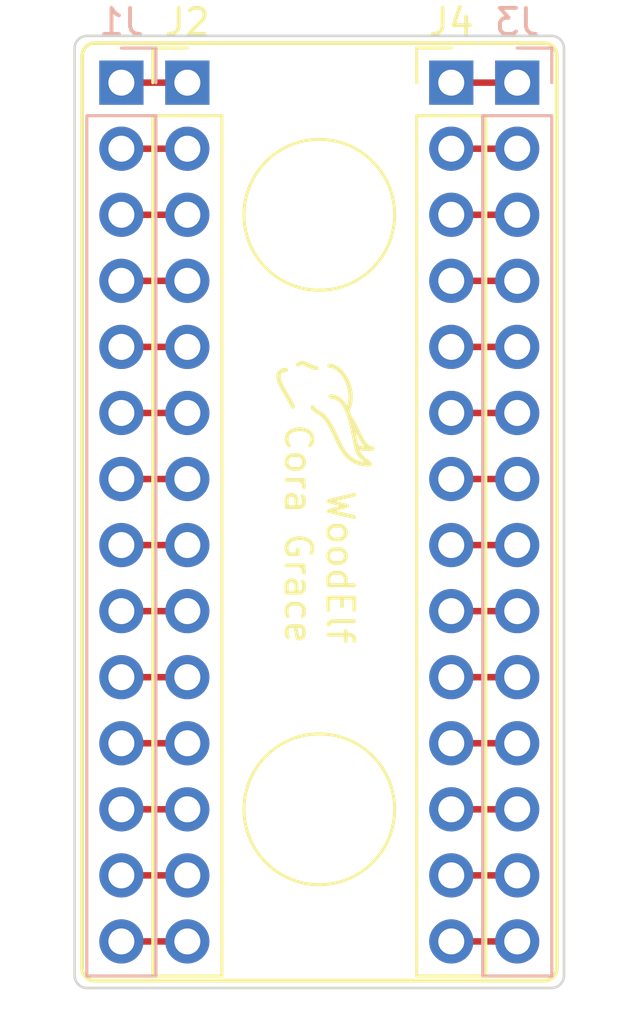
<source format=kicad_pcb>
(kicad_pcb (version 20171130) (host pcbnew "(5.1.6)-1")

  (general
    (thickness 1.6)
    (drawings 19)
    (tracks 28)
    (zones 0)
    (modules 7)
    (nets 29)
  )

  (page A4)
  (layers
    (0 F.Cu signal)
    (31 B.Cu signal)
    (32 B.Adhes user hide)
    (33 F.Adhes user hide)
    (34 B.Paste user hide)
    (35 F.Paste user hide)
    (36 B.SilkS user)
    (37 F.SilkS user)
    (38 B.Mask user)
    (39 F.Mask user)
    (40 Dwgs.User user)
    (41 Cmts.User user)
    (42 Eco1.User user hide)
    (43 Eco2.User user hide)
    (44 Edge.Cuts user)
    (45 Margin user hide)
    (46 B.CrtYd user)
    (47 F.CrtYd user)
    (48 B.Fab user)
    (49 F.Fab user)
  )

  (setup
    (last_trace_width 0.25)
    (trace_clearance 0.2)
    (zone_clearance 0.508)
    (zone_45_only no)
    (trace_min 0.2)
    (via_size 0.8)
    (via_drill 0.4)
    (via_min_size 0.4)
    (via_min_drill 0.3)
    (uvia_size 0.3)
    (uvia_drill 0.1)
    (uvias_allowed no)
    (uvia_min_size 0.2)
    (uvia_min_drill 0.1)
    (edge_width 0.05)
    (segment_width 0.2)
    (pcb_text_width 0.3)
    (pcb_text_size 1.5 1.5)
    (mod_edge_width 0.12)
    (mod_text_size 1 1)
    (mod_text_width 0.15)
    (pad_size 3 3)
    (pad_drill 3)
    (pad_to_mask_clearance 0.05)
    (aux_axis_origin 0 0)
    (visible_elements 7FFFFFFF)
    (pcbplotparams
      (layerselection 0x010fc_ffffffff)
      (usegerberextensions false)
      (usegerberattributes true)
      (usegerberadvancedattributes true)
      (creategerberjobfile true)
      (excludeedgelayer true)
      (linewidth 0.100000)
      (plotframeref false)
      (viasonmask false)
      (mode 1)
      (useauxorigin false)
      (hpglpennumber 1)
      (hpglpenspeed 20)
      (hpglpendiameter 15.000000)
      (psnegative false)
      (psa4output false)
      (plotreference true)
      (plotvalue true)
      (plotinvisibletext false)
      (padsonsilk false)
      (subtractmaskfromsilk false)
      (outputformat 1)
      (mirror false)
      (drillshape 1)
      (scaleselection 1)
      (outputdirectory ""))
  )

  (net 0 "")
  (net 1 "Net-(J1-Pad1)")
  (net 2 "Net-(J1-Pad2)")
  (net 3 "Net-(J1-Pad3)")
  (net 4 "Net-(J1-Pad4)")
  (net 5 "Net-(J1-Pad5)")
  (net 6 "Net-(J1-Pad6)")
  (net 7 "Net-(J1-Pad7)")
  (net 8 "Net-(J1-Pad8)")
  (net 9 "Net-(J1-Pad9)")
  (net 10 "Net-(J1-Pad10)")
  (net 11 "Net-(J1-Pad11)")
  (net 12 "Net-(J1-Pad12)")
  (net 13 "Net-(J1-Pad13)")
  (net 14 "Net-(J1-Pad14)")
  (net 15 "Net-(J3-Pad1)")
  (net 16 "Net-(J3-Pad2)")
  (net 17 "Net-(J3-Pad3)")
  (net 18 "Net-(J3-Pad4)")
  (net 19 "Net-(J3-Pad5)")
  (net 20 "Net-(J3-Pad6)")
  (net 21 "Net-(J3-Pad7)")
  (net 22 "Net-(J3-Pad8)")
  (net 23 "Net-(J3-Pad9)")
  (net 24 "Net-(J3-Pad10)")
  (net 25 "Net-(J3-Pad11)")
  (net 26 "Net-(J3-Pad12)")
  (net 27 "Net-(J3-Pad13)")
  (net 28 "Net-(J3-Pad14)")

  (net_class Default "This is the default net class."
    (clearance 0.2)
    (trace_width 0.25)
    (via_dia 0.8)
    (via_drill 0.4)
    (uvia_dia 0.3)
    (uvia_drill 0.1)
    (add_net "Net-(J1-Pad1)")
    (add_net "Net-(J1-Pad10)")
    (add_net "Net-(J1-Pad11)")
    (add_net "Net-(J1-Pad12)")
    (add_net "Net-(J1-Pad13)")
    (add_net "Net-(J1-Pad14)")
    (add_net "Net-(J1-Pad2)")
    (add_net "Net-(J1-Pad3)")
    (add_net "Net-(J1-Pad4)")
    (add_net "Net-(J1-Pad5)")
    (add_net "Net-(J1-Pad6)")
    (add_net "Net-(J1-Pad7)")
    (add_net "Net-(J1-Pad8)")
    (add_net "Net-(J1-Pad9)")
    (add_net "Net-(J3-Pad1)")
    (add_net "Net-(J3-Pad10)")
    (add_net "Net-(J3-Pad11)")
    (add_net "Net-(J3-Pad12)")
    (add_net "Net-(J3-Pad13)")
    (add_net "Net-(J3-Pad14)")
    (add_net "Net-(J3-Pad2)")
    (add_net "Net-(J3-Pad3)")
    (add_net "Net-(J3-Pad4)")
    (add_net "Net-(J3-Pad5)")
    (add_net "Net-(J3-Pad6)")
    (add_net "Net-(J3-Pad7)")
    (add_net "Net-(J3-Pad8)")
    (add_net "Net-(J3-Pad9)")
  )

  (module WoodElf_Lib:Tiefling_Logo (layer F.Cu) (tedit 5CCD0D4F) (tstamp 5FBCDB10)
    (at 71.12 66.04 270)
    (fp_text reference G*** (at 1.7526 -0.0762 90) (layer F.Fab) hide
      (effects (font (size 0.5 0.5) (thickness 0.125)))
    )
    (fp_text value Tiefling_Logo (at 2.286 0.6604 90) (layer F.Fab) hide
      (effects (font (size 0.5 0.5) (thickness 0.125)))
    )
    (fp_poly (pts (xy -0.207082 0.947533) (xy -0.181692 0.967806) (xy -0.165074 0.996235) (xy -0.160866 1.020234)
      (xy -0.167152 1.04778) (xy -0.183216 1.073706) (xy -0.20487 1.093003) (xy -0.227924 1.100666)
      (xy -0.22816 1.100667) (xy -0.2434 1.103593) (xy -0.267058 1.112707) (xy -0.300082 1.128514)
      (xy -0.343416 1.151516) (xy -0.398007 1.182218) (xy -0.464801 1.221124) (xy -0.544744 1.268736)
      (xy -0.5526 1.273456) (xy -0.667117 1.34169) (xy -0.769066 1.401044) (xy -0.85985 1.452204)
      (xy -0.940872 1.495856) (xy -1.013536 1.532687) (xy -1.079246 1.563383) (xy -1.139404 1.588631)
      (xy -1.195414 1.609115) (xy -1.248681 1.625524) (xy -1.298042 1.637967) (xy -1.346666 1.645913)
      (xy -1.399895 1.649662) (xy -1.451966 1.649185) (xy -1.49712 1.644449) (xy -1.519766 1.639157)
      (xy -1.582184 1.611052) (xy -1.634383 1.569896) (xy -1.675827 1.51653) (xy -1.705981 1.451795)
      (xy -1.724309 1.376532) (xy -1.730101 1.309087) (xy -1.729922 1.277299) (xy -1.726544 1.256678)
      (xy -1.71858 1.241556) (xy -1.71158 1.233355) (xy -1.682561 1.211685) (xy -1.650721 1.206552)
      (xy -1.622119 1.214107) (xy -1.601994 1.224602) (xy -1.588526 1.238488) (xy -1.57984 1.259549)
      (xy -1.574058 1.291571) (xy -1.571305 1.316567) (xy -1.561411 1.37416) (xy -1.544495 1.421547)
      (xy -1.521564 1.456588) (xy -1.496366 1.475917) (xy -1.453615 1.487905) (xy -1.399252 1.489454)
      (xy -1.3348 1.480813) (xy -1.261779 1.462235) (xy -1.181711 1.43397) (xy -1.142333 1.417522)
      (xy -1.099743 1.397609) (xy -1.045817 1.370396) (xy -0.983592 1.337545) (xy -0.916101 1.300714)
      (xy -0.84638 1.261564) (xy -0.777462 1.221755) (xy -0.712383 1.182946) (xy -0.702733 1.177065)
      (xy -0.606994 1.119087) (xy -0.524212 1.070215) (xy -0.453403 1.029948) (xy -0.393582 0.997785)
      (xy -0.343763 0.973223) (xy -0.302962 0.95576) (xy -0.270192 0.944894) (xy -0.24447 0.940123)
      (xy -0.237088 0.9398) (xy -0.207082 0.947533)) (layer F.SilkS) (width 0.01))
    (fp_poly (pts (xy -1.69721 0.02951) (xy -1.674046 0.044047) (xy -1.670636 0.047328) (xy -1.659846 0.059192)
      (xy -1.653681 0.071046) (xy -1.65127 0.087468) (xy -1.651739 0.113036) (xy -1.653282 0.138345)
      (xy -1.659131 0.186639) (xy -1.670932 0.23787) (xy -1.689519 0.294388) (xy -1.715731 0.358544)
      (xy -1.750403 0.432688) (xy -1.776553 0.484779) (xy -1.800834 0.532658) (xy -1.818228 0.568659)
      (xy -1.829862 0.59582) (xy -1.836862 0.617181) (xy -1.840353 0.635782) (xy -1.841463 0.654661)
      (xy -1.8415 0.660095) (xy -1.840224 0.689783) (xy -1.834546 0.71166) (xy -1.821692 0.733532)
      (xy -1.80975 0.749427) (xy -1.787836 0.782404) (xy -1.779158 0.810296) (xy -1.782893 0.837459)
      (xy -1.790065 0.853906) (xy -1.812387 0.880719) (xy -1.842488 0.894147) (xy -1.876464 0.893065)
      (xy -1.897328 0.88485) (xy -1.918181 0.86766) (xy -1.941672 0.83934) (xy -1.964591 0.804652)
      (xy -1.98373 0.768358) (xy -1.994279 0.74098) (xy -2.003689 0.700914) (xy -2.006653 0.661612)
      (xy -2.002578 0.62045) (xy -1.990875 0.574804) (xy -1.970952 0.52205) (xy -1.942218 0.459564)
      (xy -1.92166 0.418567) (xy -1.884735 0.344552) (xy -1.856073 0.282319) (xy -1.834742 0.229428)
      (xy -1.819812 0.183441) (xy -1.810352 0.141917) (xy -1.80688 0.117829) (xy -1.798303 0.074786)
      (xy -1.783092 0.046168) (xy -1.759782 0.030273) (xy -1.7272 0.0254) (xy -1.69721 0.02951)) (layer F.SilkS) (width 0.01))
    (fp_poly (pts (xy 1.394213 -2.128927) (xy 1.421936 -2.109967) (xy 1.43145 -2.099721) (xy 1.438201 -2.089091)
      (xy 1.442878 -2.074866) (xy 1.446168 -2.053829) (xy 1.448761 -2.02277) (xy 1.451344 -1.978473)
      (xy 1.451758 -1.97078) (xy 1.453865 -1.907644) (xy 1.454037 -1.838182) (xy 1.452433 -1.767134)
      (xy 1.449212 -1.69924) (xy 1.444532 -1.639241) (xy 1.439213 -1.595966) (xy 1.435869 -1.571346)
      (xy 1.434598 -1.554818) (xy 1.435036 -1.551023) (xy 1.443447 -1.552713) (xy 1.463206 -1.55963)
      (xy 1.490115 -1.570299) (xy 1.491333 -1.570805) (xy 1.537553 -1.595265) (xy 1.579914 -1.626848)
      (xy 1.586222 -1.632682) (xy 1.61509 -1.662542) (xy 1.65174 -1.703751) (xy 1.694137 -1.75386)
      (xy 1.740245 -1.81042) (xy 1.788029 -1.870982) (xy 1.831415 -1.927722) (xy 1.864275 -1.970479)
      (xy 1.88986 -2.001099) (xy 1.910352 -2.021493) (xy 1.92793 -2.033573) (xy 1.944775 -2.039249)
      (xy 1.960033 -2.040466) (xy 1.995414 -2.032902) (xy 2.023256 -2.010695) (xy 2.043124 -1.974574)
      (xy 2.054582 -1.92527) (xy 2.0574 -1.877598) (xy 2.049645 -1.741425) (xy 2.026993 -1.604448)
      (xy 1.990366 -1.470848) (xy 1.940685 -1.344803) (xy 1.939368 -1.341967) (xy 1.878507 -1.230723)
      (xy 1.802318 -1.125488) (xy 1.710627 -1.026083) (xy 1.603263 -0.932332) (xy 1.48005 -0.844058)
      (xy 1.408007 -0.79928) (xy 1.356229 -0.770003) (xy 1.289855 -0.734816) (xy 1.209947 -0.694252)
      (xy 1.117571 -0.648841) (xy 1.01379 -0.599114) (xy 0.901414 -0.546414) (xy 0.79381 -0.495829)
      (xy 0.699923 -0.450273) (xy 0.617704 -0.408605) (xy 0.545101 -0.369683) (xy 0.480063 -0.332363)
      (xy 0.420541 -0.295505) (xy 0.364482 -0.257965) (xy 0.309837 -0.218602) (xy 0.300951 -0.211955)
      (xy 0.239004 -0.163711) (xy 0.188941 -0.120282) (xy 0.147804 -0.078328) (xy 0.112639 -0.034508)
      (xy 0.080489 0.014519) (xy 0.048398 0.072096) (xy 0.046567 0.075595) (xy 0.005608 0.149145)
      (xy -0.033069 0.20756) (xy -0.070909 0.252221) (xy -0.109354 0.284511) (xy -0.149849 0.305812)
      (xy -0.193837 0.317506) (xy -0.20803 0.319358) (xy -0.235368 0.321247) (xy -0.252969 0.318389)
      (xy -0.267819 0.308692) (xy -0.278916 0.298119) (xy -0.298761 0.268653) (xy -0.303288 0.237852)
      (xy -0.293606 0.20849) (xy -0.270823 0.183345) (xy -0.23605 0.16519) (xy -0.224442 0.161769)
      (xy -0.204619 0.154978) (xy -0.186685 0.143996) (xy -0.169091 0.126828) (xy -0.150293 0.101483)
      (xy -0.128744 0.065967) (xy -0.102898 0.018287) (xy -0.082626 -0.021026) (xy -0.06092 -0.062706)
      (xy -0.042331 -0.095076) (xy -0.023683 -0.122416) (xy -0.001795 -0.149002) (xy 0.026509 -0.179114)
      (xy 0.05909 -0.211767) (xy 0.111729 -0.26185) (xy 0.165852 -0.308947) (xy 0.223037 -0.354025)
      (xy 0.28486 -0.398052) (xy 0.352896 -0.441993) (xy 0.428724 -0.486815) (xy 0.513918 -0.533485)
      (xy 0.610056 -0.582969) (xy 0.718713 -0.636235) (xy 0.841465 -0.694249) (xy 0.85972 -0.702737)
      (xy 0.987303 -0.762781) (xy 1.100305 -0.817851) (xy 1.200047 -0.868788) (xy 1.28785 -0.916433)
      (xy 1.365038 -0.961627) (xy 1.432931 -1.00521) (xy 1.492852 -1.048024) (xy 1.546122 -1.090908)
      (xy 1.594063 -1.134704) (xy 1.637998 -1.180252) (xy 1.671714 -1.2192) (xy 1.724793 -1.288199)
      (xy 1.767251 -1.355252) (xy 1.803084 -1.426964) (xy 1.816423 -1.458349) (xy 1.828369 -1.490885)
      (xy 1.841535 -1.531947) (xy 1.854843 -1.577507) (xy 1.867216 -1.623538) (xy 1.877577 -1.666015)
      (xy 1.884847 -1.700909) (xy 1.88795 -1.724194) (xy 1.88799 -1.725815) (xy 1.882995 -1.723621)
      (xy 1.869157 -1.710189) (xy 1.848277 -1.687452) (xy 1.822158 -1.657339) (xy 1.805036 -1.636915)
      (xy 1.772288 -1.598289) (xy 1.739397 -1.56106) (xy 1.709583 -1.52877) (xy 1.686064 -1.504962)
      (xy 1.680152 -1.4995) (xy 1.655289 -1.479306) (xy 1.626983 -1.460329) (xy 1.594055 -1.442209)
      (xy 1.555322 -1.424591) (xy 1.509605 -1.407116) (xy 1.455722 -1.389427) (xy 1.392491 -1.371166)
      (xy 1.318733 -1.351977) (xy 1.233265 -1.331503) (xy 1.134908 -1.309384) (xy 1.02248 -1.285266)
      (xy 0.894799 -1.258789) (xy 0.8636 -1.252419) (xy 0.717526 -1.222098) (xy 0.586646 -1.193641)
      (xy 0.469379 -1.166599) (xy 0.364144 -1.140527) (xy 0.269361 -1.114976) (xy 0.18345 -1.089499)
      (xy 0.104828 -1.06365) (xy 0.031915 -1.03698) (xy -0.036869 -1.009043) (xy -0.103105 -0.979391)
      (xy -0.105833 -0.978111) (xy -0.213484 -0.922544) (xy -0.305112 -0.864274) (xy -0.381517 -0.802558)
      (xy -0.443497 -0.73665) (xy -0.491848 -0.665807) (xy -0.527369 -0.589284) (xy -0.52973 -0.582754)
      (xy -0.536571 -0.557011) (xy -0.543265 -0.521016) (xy -0.548629 -0.481416) (xy -0.549756 -0.470326)
      (xy -0.553603 -0.433464) (xy -0.557852 -0.409091) (xy -0.563993 -0.392796) (xy -0.573514 -0.380169)
      (xy -0.583331 -0.370843) (xy -0.614875 -0.351443) (xy -0.646779 -0.348812) (xy -0.678187 -0.362999)
      (xy -0.681057 -0.365178) (xy -0.699482 -0.382845) (xy -0.710431 -0.403095) (xy -0.714804 -0.429817)
      (xy -0.713501 -0.466897) (xy -0.710689 -0.493128) (xy -0.694559 -0.58576) (xy -0.670021 -0.665914)
      (xy -0.658319 -0.69371) (xy -0.616096 -0.76952) (xy -0.559777 -0.844692) (xy -0.492043 -0.916291)
      (xy -0.415575 -0.981378) (xy -0.360239 -1.020238) (xy -0.284444 -1.069108) (xy -0.325669 -1.085301)
      (xy -0.389822 -1.104826) (xy -0.466242 -1.118628) (xy -0.551163 -1.126439) (xy -0.640823 -1.127992)
      (xy -0.731456 -1.123019) (xy -0.779362 -1.117541) (xy -0.907666 -1.093702) (xy -1.035021 -1.058024)
      (xy -1.158824 -1.011723) (xy -1.276471 -0.956018) (xy -1.38536 -0.892124) (xy -1.482888 -0.821261)
      (xy -1.557866 -0.753475) (xy -1.622397 -0.680663) (xy -1.671233 -0.608241) (xy -1.705435 -0.534162)
      (xy -1.726068 -0.456382) (xy -1.731197 -0.419732) (xy -1.735941 -0.38548) (xy -1.742799 -0.362515)
      (xy -1.753827 -0.345193) (xy -1.761248 -0.337182) (xy -1.791495 -0.317383) (xy -1.824655 -0.313447)
      (xy -1.857442 -0.325479) (xy -1.868544 -0.333759) (xy -1.881008 -0.345805) (xy -1.88796 -0.358262)
      (xy -1.890796 -0.376201) (xy -1.890909 -0.40469) (xy -1.890671 -0.4142) (xy -1.884136 -0.484557)
      (xy -1.867574 -0.55313) (xy -1.839604 -0.62498) (xy -1.824543 -0.656512) (xy -1.769203 -0.749113)
      (xy -1.69853 -0.837192) (xy -1.613697 -0.920006) (xy -1.515877 -0.996812) (xy -1.406243 -1.066869)
      (xy -1.285968 -1.129434) (xy -1.156226 -1.183763) (xy -1.018188 -1.229114) (xy -0.87303 -1.264745)
      (xy -0.859366 -1.267507) (xy -0.826111 -1.273211) (xy -0.790187 -1.27734) (xy -0.748347 -1.280083)
      (xy -0.697341 -1.281625) (xy -0.633924 -1.282154) (xy -0.605366 -1.282127) (xy -0.543075 -1.281713)
      (xy -0.491838 -1.280429) (xy -0.448113 -1.277627) (xy -0.408359 -1.272654) (xy -0.369033 -1.26486)
      (xy -0.326594 -1.253593) (xy -0.2775 -1.238202) (xy -0.218209 -1.218036) (xy -0.175501 -1.203105)
      (xy -0.075835 -1.168104) (xy 0.031631 -1.207059) (xy 0.074519 -1.223485) (xy 0.110553 -1.238983)
      (xy 0.136714 -1.252155) (xy 0.149986 -1.261601) (xy 0.150342 -1.26207) (xy 0.168062 -1.281926)
      (xy 0.195458 -1.304147) (xy 0.233507 -1.329285) (xy 0.28319 -1.357895) (xy 0.342006 -1.388708)
      (xy 0.729795 -1.388708) (xy 0.729884 -1.388567) (xy 0.739584 -1.390214) (xy 0.763372 -1.39484)
      (xy 0.798762 -1.401945) (xy 0.84327 -1.411028) (xy 0.894412 -1.421589) (xy 0.916151 -1.426111)
      (xy 0.995225 -1.442612) (xy 1.059414 -1.45613) (xy 1.110413 -1.467134) (xy 1.149915 -1.476094)
      (xy 1.179612 -1.483482) (xy 1.201198 -1.489767) (xy 1.216367 -1.49542) (xy 1.22681 -1.500912)
      (xy 1.234223 -1.506713) (xy 1.240297 -1.513292) (xy 1.243361 -1.517021) (xy 1.261758 -1.549612)
      (xy 1.276587 -1.596999) (xy 1.287326 -1.657318) (xy 1.290342 -1.684458) (xy 1.295498 -1.739083)
      (xy 1.267932 -1.713317) (xy 1.225142 -1.675938) (xy 1.176987 -1.639191) (xy 1.121439 -1.601796)
      (xy 1.056472 -1.562474) (xy 0.980057 -1.519946) (xy 0.890167 -1.472932) (xy 0.873615 -1.464511)
      (xy 0.828359 -1.441419) (xy 0.789192 -1.421153) (xy 0.758271 -1.404852) (xy 0.737753 -1.393658)
      (xy 0.729795 -1.388708) (xy 0.342006 -1.388708) (xy 0.345484 -1.39053) (xy 0.42137 -1.427743)
      (xy 0.511826 -1.470086) (xy 0.5461 -1.485763) (xy 0.628726 -1.523999) (xy 0.710299 -1.562944)
      (xy 0.788513 -1.601421) (xy 0.861068 -1.638257) (xy 0.925659 -1.672275) (xy 0.979983 -1.7023)
      (xy 1.021738 -1.727158) (xy 1.03136 -1.73336) (xy 1.102996 -1.784885) (xy 1.164521 -1.837698)
      (xy 1.214791 -1.890432) (xy 1.252662 -1.941718) (xy 1.276991 -1.99019) (xy 1.286634 -2.034479)
      (xy 1.286748 -2.03877) (xy 1.293266 -2.077063) (xy 1.310266 -2.106801) (xy 1.334753 -2.126409)
      (xy 1.363733 -2.13431) (xy 1.394213 -2.128927)) (layer F.SilkS) (width 0.01))
  )

  (module WoodElf_Lib:BlankThrough-Hole (layer F.Cu) (tedit 5FBCC1CC) (tstamp 5FBCD9AF)
    (at 71.12 81.28)
    (fp_text reference SWIN1 (at 0 0) (layer F.SilkS) hide
      (effects (font (size 0.5 0.5) (thickness 0.125)))
    )
    (fp_text value BTH (at 0 -1.016) (layer F.Fab)
      (effects (font (size 0.5 0.5) (thickness 0.125)))
    )
    (fp_circle (center 0 0) (end 0.65 0) (layer Dwgs.User) (width 0.12))
    (pad "" np_thru_hole circle (at 0 0) (size 3 3) (drill 3) (layers *.Cu *.Mask)
      (solder_mask_margin 0.1) (clearance 0.1))
  )

  (module WoodElf_Lib:BlankThrough-Hole (layer F.Cu) (tedit 5FBCC1CC) (tstamp 5FBCD241)
    (at 71.12 58.42)
    (fp_text reference SWIN1 (at 0 0) (layer F.SilkS) hide
      (effects (font (size 0.5 0.5) (thickness 0.125)))
    )
    (fp_text value BTH (at 0 -1.016) (layer F.Fab)
      (effects (font (size 0.5 0.5) (thickness 0.125)))
    )
    (fp_circle (center 0 0) (end 0.65 0) (layer Dwgs.User) (width 0.12))
    (pad "" np_thru_hole circle (at 0 0) (size 3 3) (drill 3) (layers *.Cu *.Mask)
      (solder_mask_margin 0.1) (clearance 0.1))
  )

  (module Connector_PinHeader_2.54mm:PinHeader_1x14_P2.54mm_Vertical (layer B.Cu) (tedit 59FED5CC) (tstamp 5FBCCD5E)
    (at 63.5 53.34 180)
    (descr "Through hole straight pin header, 1x14, 2.54mm pitch, single row")
    (tags "Through hole pin header THT 1x14 2.54mm single row")
    (path /5FBCF378)
    (fp_text reference J1 (at 0 2.33) (layer B.SilkS)
      (effects (font (size 1 1) (thickness 0.15)) (justify mirror))
    )
    (fp_text value Conn_01x14 (at 0 -35.35) (layer B.Fab)
      (effects (font (size 1 1) (thickness 0.15)) (justify mirror))
    )
    (fp_text user %R (at 0 -16.51 -90) (layer B.Fab)
      (effects (font (size 1 1) (thickness 0.15)) (justify mirror))
    )
    (fp_line (start -0.635 1.27) (end 1.27 1.27) (layer B.Fab) (width 0.1))
    (fp_line (start 1.27 1.27) (end 1.27 -34.29) (layer B.Fab) (width 0.1))
    (fp_line (start 1.27 -34.29) (end -1.27 -34.29) (layer B.Fab) (width 0.1))
    (fp_line (start -1.27 -34.29) (end -1.27 0.635) (layer B.Fab) (width 0.1))
    (fp_line (start -1.27 0.635) (end -0.635 1.27) (layer B.Fab) (width 0.1))
    (fp_line (start -1.33 -34.35) (end 1.33 -34.35) (layer B.SilkS) (width 0.12))
    (fp_line (start -1.33 -1.27) (end -1.33 -34.35) (layer B.SilkS) (width 0.12))
    (fp_line (start 1.33 -1.27) (end 1.33 -34.35) (layer B.SilkS) (width 0.12))
    (fp_line (start -1.33 -1.27) (end 1.33 -1.27) (layer B.SilkS) (width 0.12))
    (fp_line (start -1.33 0) (end -1.33 1.33) (layer B.SilkS) (width 0.12))
    (fp_line (start -1.33 1.33) (end 0 1.33) (layer B.SilkS) (width 0.12))
    (fp_line (start -1.8 1.8) (end -1.8 -34.8) (layer B.CrtYd) (width 0.05))
    (fp_line (start -1.8 -34.8) (end 1.8 -34.8) (layer B.CrtYd) (width 0.05))
    (fp_line (start 1.8 -34.8) (end 1.8 1.8) (layer B.CrtYd) (width 0.05))
    (fp_line (start 1.8 1.8) (end -1.8 1.8) (layer B.CrtYd) (width 0.05))
    (pad 14 thru_hole oval (at 0 -33.02 180) (size 1.7 1.7) (drill 1) (layers *.Cu *.Mask)
      (net 14 "Net-(J1-Pad14)"))
    (pad 13 thru_hole oval (at 0 -30.48 180) (size 1.7 1.7) (drill 1) (layers *.Cu *.Mask)
      (net 13 "Net-(J1-Pad13)"))
    (pad 12 thru_hole oval (at 0 -27.94 180) (size 1.7 1.7) (drill 1) (layers *.Cu *.Mask)
      (net 12 "Net-(J1-Pad12)"))
    (pad 11 thru_hole oval (at 0 -25.4 180) (size 1.7 1.7) (drill 1) (layers *.Cu *.Mask)
      (net 11 "Net-(J1-Pad11)"))
    (pad 10 thru_hole oval (at 0 -22.86 180) (size 1.7 1.7) (drill 1) (layers *.Cu *.Mask)
      (net 10 "Net-(J1-Pad10)"))
    (pad 9 thru_hole oval (at 0 -20.32 180) (size 1.7 1.7) (drill 1) (layers *.Cu *.Mask)
      (net 9 "Net-(J1-Pad9)"))
    (pad 8 thru_hole oval (at 0 -17.78 180) (size 1.7 1.7) (drill 1) (layers *.Cu *.Mask)
      (net 8 "Net-(J1-Pad8)"))
    (pad 7 thru_hole oval (at 0 -15.24 180) (size 1.7 1.7) (drill 1) (layers *.Cu *.Mask)
      (net 7 "Net-(J1-Pad7)"))
    (pad 6 thru_hole oval (at 0 -12.7 180) (size 1.7 1.7) (drill 1) (layers *.Cu *.Mask)
      (net 6 "Net-(J1-Pad6)"))
    (pad 5 thru_hole oval (at 0 -10.16 180) (size 1.7 1.7) (drill 1) (layers *.Cu *.Mask)
      (net 5 "Net-(J1-Pad5)"))
    (pad 4 thru_hole oval (at 0 -7.62 180) (size 1.7 1.7) (drill 1) (layers *.Cu *.Mask)
      (net 4 "Net-(J1-Pad4)"))
    (pad 3 thru_hole oval (at 0 -5.08 180) (size 1.7 1.7) (drill 1) (layers *.Cu *.Mask)
      (net 3 "Net-(J1-Pad3)"))
    (pad 2 thru_hole oval (at 0 -2.54 180) (size 1.7 1.7) (drill 1) (layers *.Cu *.Mask)
      (net 2 "Net-(J1-Pad2)"))
    (pad 1 thru_hole rect (at 0 0 180) (size 1.7 1.7) (drill 1) (layers *.Cu *.Mask)
      (net 1 "Net-(J1-Pad1)"))
    (model ${KISYS3DMOD}/Connector_PinHeader_2.54mm.3dshapes/PinHeader_1x14_P2.54mm_Vertical.wrl
      (at (xyz 0 0 0))
      (scale (xyz 1 1 1))
      (rotate (xyz 0 0 0))
    )
  )

  (module Connector_PinHeader_2.54mm:PinHeader_1x14_P2.54mm_Vertical (layer F.Cu) (tedit 59FED5CC) (tstamp 5FBCCD80)
    (at 66.04 53.34)
    (descr "Through hole straight pin header, 1x14, 2.54mm pitch, single row")
    (tags "Through hole pin header THT 1x14 2.54mm single row")
    (path /5FB9BB18)
    (fp_text reference J2 (at 0 -2.33) (layer F.SilkS)
      (effects (font (size 1 1) (thickness 0.15)))
    )
    (fp_text value Conn_01x14 (at 0 35.35) (layer F.Fab)
      (effects (font (size 1 1) (thickness 0.15)))
    )
    (fp_line (start 1.8 -1.8) (end -1.8 -1.8) (layer F.CrtYd) (width 0.05))
    (fp_line (start 1.8 34.8) (end 1.8 -1.8) (layer F.CrtYd) (width 0.05))
    (fp_line (start -1.8 34.8) (end 1.8 34.8) (layer F.CrtYd) (width 0.05))
    (fp_line (start -1.8 -1.8) (end -1.8 34.8) (layer F.CrtYd) (width 0.05))
    (fp_line (start -1.33 -1.33) (end 0 -1.33) (layer F.SilkS) (width 0.12))
    (fp_line (start -1.33 0) (end -1.33 -1.33) (layer F.SilkS) (width 0.12))
    (fp_line (start -1.33 1.27) (end 1.33 1.27) (layer F.SilkS) (width 0.12))
    (fp_line (start 1.33 1.27) (end 1.33 34.35) (layer F.SilkS) (width 0.12))
    (fp_line (start -1.33 1.27) (end -1.33 34.35) (layer F.SilkS) (width 0.12))
    (fp_line (start -1.33 34.35) (end 1.33 34.35) (layer F.SilkS) (width 0.12))
    (fp_line (start -1.27 -0.635) (end -0.635 -1.27) (layer F.Fab) (width 0.1))
    (fp_line (start -1.27 34.29) (end -1.27 -0.635) (layer F.Fab) (width 0.1))
    (fp_line (start 1.27 34.29) (end -1.27 34.29) (layer F.Fab) (width 0.1))
    (fp_line (start 1.27 -1.27) (end 1.27 34.29) (layer F.Fab) (width 0.1))
    (fp_line (start -0.635 -1.27) (end 1.27 -1.27) (layer F.Fab) (width 0.1))
    (fp_text user %R (at 0 16.51 -270) (layer F.Fab)
      (effects (font (size 1 1) (thickness 0.15)))
    )
    (pad 1 thru_hole rect (at 0 0) (size 1.7 1.7) (drill 1) (layers *.Cu *.Mask)
      (net 1 "Net-(J1-Pad1)"))
    (pad 2 thru_hole oval (at 0 2.54) (size 1.7 1.7) (drill 1) (layers *.Cu *.Mask)
      (net 2 "Net-(J1-Pad2)"))
    (pad 3 thru_hole oval (at 0 5.08) (size 1.7 1.7) (drill 1) (layers *.Cu *.Mask)
      (net 3 "Net-(J1-Pad3)"))
    (pad 4 thru_hole oval (at 0 7.62) (size 1.7 1.7) (drill 1) (layers *.Cu *.Mask)
      (net 4 "Net-(J1-Pad4)"))
    (pad 5 thru_hole oval (at 0 10.16) (size 1.7 1.7) (drill 1) (layers *.Cu *.Mask)
      (net 5 "Net-(J1-Pad5)"))
    (pad 6 thru_hole oval (at 0 12.7) (size 1.7 1.7) (drill 1) (layers *.Cu *.Mask)
      (net 6 "Net-(J1-Pad6)"))
    (pad 7 thru_hole oval (at 0 15.24) (size 1.7 1.7) (drill 1) (layers *.Cu *.Mask)
      (net 7 "Net-(J1-Pad7)"))
    (pad 8 thru_hole oval (at 0 17.78) (size 1.7 1.7) (drill 1) (layers *.Cu *.Mask)
      (net 8 "Net-(J1-Pad8)"))
    (pad 9 thru_hole oval (at 0 20.32) (size 1.7 1.7) (drill 1) (layers *.Cu *.Mask)
      (net 9 "Net-(J1-Pad9)"))
    (pad 10 thru_hole oval (at 0 22.86) (size 1.7 1.7) (drill 1) (layers *.Cu *.Mask)
      (net 10 "Net-(J1-Pad10)"))
    (pad 11 thru_hole oval (at 0 25.4) (size 1.7 1.7) (drill 1) (layers *.Cu *.Mask)
      (net 11 "Net-(J1-Pad11)"))
    (pad 12 thru_hole oval (at 0 27.94) (size 1.7 1.7) (drill 1) (layers *.Cu *.Mask)
      (net 12 "Net-(J1-Pad12)"))
    (pad 13 thru_hole oval (at 0 30.48) (size 1.7 1.7) (drill 1) (layers *.Cu *.Mask)
      (net 13 "Net-(J1-Pad13)"))
    (pad 14 thru_hole oval (at 0 33.02) (size 1.7 1.7) (drill 1) (layers *.Cu *.Mask)
      (net 14 "Net-(J1-Pad14)"))
    (model ${KISYS3DMOD}/Connector_PinHeader_2.54mm.3dshapes/PinHeader_1x14_P2.54mm_Vertical.wrl
      (at (xyz 0 0 0))
      (scale (xyz 1 1 1))
      (rotate (xyz 0 0 0))
    )
  )

  (module Connector_PinHeader_2.54mm:PinHeader_1x14_P2.54mm_Vertical (layer B.Cu) (tedit 59FED5CC) (tstamp 5FBCCDA2)
    (at 78.74 53.34 180)
    (descr "Through hole straight pin header, 1x14, 2.54mm pitch, single row")
    (tags "Through hole pin header THT 1x14 2.54mm single row")
    (path /5FBD5348)
    (fp_text reference J3 (at 0 2.33) (layer B.SilkS)
      (effects (font (size 1 1) (thickness 0.15)) (justify mirror))
    )
    (fp_text value Conn_01x14 (at 0 -35.35) (layer B.Fab)
      (effects (font (size 1 1) (thickness 0.15)) (justify mirror))
    )
    (fp_text user %R (at 0 -16.51 270) (layer B.Fab)
      (effects (font (size 1 1) (thickness 0.15)) (justify mirror))
    )
    (fp_line (start -0.635 1.27) (end 1.27 1.27) (layer B.Fab) (width 0.1))
    (fp_line (start 1.27 1.27) (end 1.27 -34.29) (layer B.Fab) (width 0.1))
    (fp_line (start 1.27 -34.29) (end -1.27 -34.29) (layer B.Fab) (width 0.1))
    (fp_line (start -1.27 -34.29) (end -1.27 0.635) (layer B.Fab) (width 0.1))
    (fp_line (start -1.27 0.635) (end -0.635 1.27) (layer B.Fab) (width 0.1))
    (fp_line (start -1.33 -34.35) (end 1.33 -34.35) (layer B.SilkS) (width 0.12))
    (fp_line (start -1.33 -1.27) (end -1.33 -34.35) (layer B.SilkS) (width 0.12))
    (fp_line (start 1.33 -1.27) (end 1.33 -34.35) (layer B.SilkS) (width 0.12))
    (fp_line (start -1.33 -1.27) (end 1.33 -1.27) (layer B.SilkS) (width 0.12))
    (fp_line (start -1.33 0) (end -1.33 1.33) (layer B.SilkS) (width 0.12))
    (fp_line (start -1.33 1.33) (end 0 1.33) (layer B.SilkS) (width 0.12))
    (fp_line (start -1.8 1.8) (end -1.8 -34.8) (layer B.CrtYd) (width 0.05))
    (fp_line (start -1.8 -34.8) (end 1.8 -34.8) (layer B.CrtYd) (width 0.05))
    (fp_line (start 1.8 -34.8) (end 1.8 1.8) (layer B.CrtYd) (width 0.05))
    (fp_line (start 1.8 1.8) (end -1.8 1.8) (layer B.CrtYd) (width 0.05))
    (pad 14 thru_hole oval (at 0 -33.02 180) (size 1.7 1.7) (drill 1) (layers *.Cu *.Mask)
      (net 28 "Net-(J3-Pad14)"))
    (pad 13 thru_hole oval (at 0 -30.48 180) (size 1.7 1.7) (drill 1) (layers *.Cu *.Mask)
      (net 27 "Net-(J3-Pad13)"))
    (pad 12 thru_hole oval (at 0 -27.94 180) (size 1.7 1.7) (drill 1) (layers *.Cu *.Mask)
      (net 26 "Net-(J3-Pad12)"))
    (pad 11 thru_hole oval (at 0 -25.4 180) (size 1.7 1.7) (drill 1) (layers *.Cu *.Mask)
      (net 25 "Net-(J3-Pad11)"))
    (pad 10 thru_hole oval (at 0 -22.86 180) (size 1.7 1.7) (drill 1) (layers *.Cu *.Mask)
      (net 24 "Net-(J3-Pad10)"))
    (pad 9 thru_hole oval (at 0 -20.32 180) (size 1.7 1.7) (drill 1) (layers *.Cu *.Mask)
      (net 23 "Net-(J3-Pad9)"))
    (pad 8 thru_hole oval (at 0 -17.78 180) (size 1.7 1.7) (drill 1) (layers *.Cu *.Mask)
      (net 22 "Net-(J3-Pad8)"))
    (pad 7 thru_hole oval (at 0 -15.24 180) (size 1.7 1.7) (drill 1) (layers *.Cu *.Mask)
      (net 21 "Net-(J3-Pad7)"))
    (pad 6 thru_hole oval (at 0 -12.7 180) (size 1.7 1.7) (drill 1) (layers *.Cu *.Mask)
      (net 20 "Net-(J3-Pad6)"))
    (pad 5 thru_hole oval (at 0 -10.16 180) (size 1.7 1.7) (drill 1) (layers *.Cu *.Mask)
      (net 19 "Net-(J3-Pad5)"))
    (pad 4 thru_hole oval (at 0 -7.62 180) (size 1.7 1.7) (drill 1) (layers *.Cu *.Mask)
      (net 18 "Net-(J3-Pad4)"))
    (pad 3 thru_hole oval (at 0 -5.08 180) (size 1.7 1.7) (drill 1) (layers *.Cu *.Mask)
      (net 17 "Net-(J3-Pad3)"))
    (pad 2 thru_hole oval (at 0 -2.54 180) (size 1.7 1.7) (drill 1) (layers *.Cu *.Mask)
      (net 16 "Net-(J3-Pad2)"))
    (pad 1 thru_hole rect (at 0 0 180) (size 1.7 1.7) (drill 1) (layers *.Cu *.Mask)
      (net 15 "Net-(J3-Pad1)"))
    (model ${KISYS3DMOD}/Connector_PinHeader_2.54mm.3dshapes/PinHeader_1x14_P2.54mm_Vertical.wrl
      (at (xyz 0 0 0))
      (scale (xyz 1 1 1))
      (rotate (xyz 0 0 0))
    )
  )

  (module Connector_PinHeader_2.54mm:PinHeader_1x14_P2.54mm_Vertical (layer F.Cu) (tedit 59FED5CC) (tstamp 5FBCCDC4)
    (at 76.2 53.34)
    (descr "Through hole straight pin header, 1x14, 2.54mm pitch, single row")
    (tags "Through hole pin header THT 1x14 2.54mm single row")
    (path /5FBD5334)
    (fp_text reference J4 (at 0 -2.33) (layer F.SilkS)
      (effects (font (size 1 1) (thickness 0.15)))
    )
    (fp_text value Conn_01x14 (at 0 35.35) (layer F.Fab)
      (effects (font (size 1 1) (thickness 0.15)))
    )
    (fp_line (start 1.8 -1.8) (end -1.8 -1.8) (layer F.CrtYd) (width 0.05))
    (fp_line (start 1.8 34.8) (end 1.8 -1.8) (layer F.CrtYd) (width 0.05))
    (fp_line (start -1.8 34.8) (end 1.8 34.8) (layer F.CrtYd) (width 0.05))
    (fp_line (start -1.8 -1.8) (end -1.8 34.8) (layer F.CrtYd) (width 0.05))
    (fp_line (start -1.33 -1.33) (end 0 -1.33) (layer F.SilkS) (width 0.12))
    (fp_line (start -1.33 0) (end -1.33 -1.33) (layer F.SilkS) (width 0.12))
    (fp_line (start -1.33 1.27) (end 1.33 1.27) (layer F.SilkS) (width 0.12))
    (fp_line (start 1.33 1.27) (end 1.33 34.35) (layer F.SilkS) (width 0.12))
    (fp_line (start -1.33 1.27) (end -1.33 34.35) (layer F.SilkS) (width 0.12))
    (fp_line (start -1.33 34.35) (end 1.33 34.35) (layer F.SilkS) (width 0.12))
    (fp_line (start -1.27 -0.635) (end -0.635 -1.27) (layer F.Fab) (width 0.1))
    (fp_line (start -1.27 34.29) (end -1.27 -0.635) (layer F.Fab) (width 0.1))
    (fp_line (start 1.27 34.29) (end -1.27 34.29) (layer F.Fab) (width 0.1))
    (fp_line (start 1.27 -1.27) (end 1.27 34.29) (layer F.Fab) (width 0.1))
    (fp_line (start -0.635 -1.27) (end 1.27 -1.27) (layer F.Fab) (width 0.1))
    (fp_text user %R (at 0 16.51 90) (layer F.Fab)
      (effects (font (size 1 1) (thickness 0.15)))
    )
    (pad 1 thru_hole rect (at 0 0) (size 1.7 1.7) (drill 1) (layers *.Cu *.Mask)
      (net 15 "Net-(J3-Pad1)"))
    (pad 2 thru_hole oval (at 0 2.54) (size 1.7 1.7) (drill 1) (layers *.Cu *.Mask)
      (net 16 "Net-(J3-Pad2)"))
    (pad 3 thru_hole oval (at 0 5.08) (size 1.7 1.7) (drill 1) (layers *.Cu *.Mask)
      (net 17 "Net-(J3-Pad3)"))
    (pad 4 thru_hole oval (at 0 7.62) (size 1.7 1.7) (drill 1) (layers *.Cu *.Mask)
      (net 18 "Net-(J3-Pad4)"))
    (pad 5 thru_hole oval (at 0 10.16) (size 1.7 1.7) (drill 1) (layers *.Cu *.Mask)
      (net 19 "Net-(J3-Pad5)"))
    (pad 6 thru_hole oval (at 0 12.7) (size 1.7 1.7) (drill 1) (layers *.Cu *.Mask)
      (net 20 "Net-(J3-Pad6)"))
    (pad 7 thru_hole oval (at 0 15.24) (size 1.7 1.7) (drill 1) (layers *.Cu *.Mask)
      (net 21 "Net-(J3-Pad7)"))
    (pad 8 thru_hole oval (at 0 17.78) (size 1.7 1.7) (drill 1) (layers *.Cu *.Mask)
      (net 22 "Net-(J3-Pad8)"))
    (pad 9 thru_hole oval (at 0 20.32) (size 1.7 1.7) (drill 1) (layers *.Cu *.Mask)
      (net 23 "Net-(J3-Pad9)"))
    (pad 10 thru_hole oval (at 0 22.86) (size 1.7 1.7) (drill 1) (layers *.Cu *.Mask)
      (net 24 "Net-(J3-Pad10)"))
    (pad 11 thru_hole oval (at 0 25.4) (size 1.7 1.7) (drill 1) (layers *.Cu *.Mask)
      (net 25 "Net-(J3-Pad11)"))
    (pad 12 thru_hole oval (at 0 27.94) (size 1.7 1.7) (drill 1) (layers *.Cu *.Mask)
      (net 26 "Net-(J3-Pad12)"))
    (pad 13 thru_hole oval (at 0 30.48) (size 1.7 1.7) (drill 1) (layers *.Cu *.Mask)
      (net 27 "Net-(J3-Pad13)"))
    (pad 14 thru_hole oval (at 0 33.02) (size 1.7 1.7) (drill 1) (layers *.Cu *.Mask)
      (net 28 "Net-(J3-Pad14)"))
    (model ${KISYS3DMOD}/Connector_PinHeader_2.54mm.3dshapes/PinHeader_1x14_P2.54mm_Vertical.wrl
      (at (xyz 0 0 0))
      (scale (xyz 1 1 1))
      (rotate (xyz 0 0 0))
    )
  )

  (gr_line (start 79.78 51.82) (end 62.47 51.82) (layer F.SilkS) (width 0.15) (tstamp 5FBCDC46))
  (gr_arc (start 62.47 52.3) (end 62.47 51.82) (angle -90) (layer F.SilkS) (width 0.15) (tstamp 5FBCDC3B))
  (gr_line (start 61.99 87.39) (end 61.99 52.3) (layer F.SilkS) (width 0.15) (tstamp 5FBCDC38))
  (gr_arc (start 62.47 87.39) (end 61.99 87.39) (angle -90) (layer F.SilkS) (width 0.15) (tstamp 5FBCDC28))
  (gr_line (start 79.78 87.87) (end 62.47 87.87) (layer F.SilkS) (width 0.15) (tstamp 5FBCDC1E))
  (gr_arc (start 79.78 87.39) (end 79.78 87.87) (angle -90) (layer F.SilkS) (width 0.15) (tstamp 5FBCDC15))
  (gr_line (start 80.26 87.39) (end 80.26 52.3) (layer F.SilkS) (width 0.15) (tstamp 5FBCDC00))
  (gr_arc (start 79.78 52.3) (end 80.26 52.3) (angle -90) (layer F.SilkS) (width 0.15) (tstamp 5FBCDBF3))
  (gr_text "WoodElf\nCora Grace" (at 71.12 75 270) (layer F.SilkS)
    (effects (font (size 1 1) (thickness 0.15)) (justify right))
  )
  (gr_circle (center 71.12 81.28) (end 74.02 81.28) (layer F.SilkS) (width 0.12) (tstamp 5FBCDAC2))
  (gr_circle (center 71.12 58.42) (end 74.02 58.42) (layer F.SilkS) (width 0.12))
  (gr_line (start 80.54 52.02) (end 80.54 87.67) (layer Edge.Cuts) (width 0.1) (tstamp 5FBCD8B3))
  (gr_arc (start 80.06 87.67) (end 80.06 88.15) (angle -90) (layer Edge.Cuts) (width 0.1) (tstamp 5FBCD8AE))
  (gr_line (start 62.18 88.15) (end 80.06 88.15) (layer Edge.Cuts) (width 0.1) (tstamp 5FBCD8A5))
  (gr_arc (start 62.18 87.67) (end 61.7 87.67) (angle -90) (layer Edge.Cuts) (width 0.1) (tstamp 5FBCD8A0))
  (gr_line (start 61.7 87.67) (end 61.7 52.02) (layer Edge.Cuts) (width 0.1) (tstamp 5FBCD899))
  (gr_line (start 80.06 51.54) (end 62.18 51.54) (layer Edge.Cuts) (width 0.1))
  (gr_arc (start 62.18 52.02) (end 62.18 51.54) (angle -90) (layer Edge.Cuts) (width 0.1) (tstamp 5FBCD881))
  (gr_arc (start 80.06 52.02) (end 80.54 52.02) (angle -90) (layer Edge.Cuts) (width 0.1))

  (segment (start 66.04 53.34) (end 63.5 53.34) (width 0.25) (layer F.Cu) (net 1))
  (segment (start 66.04 55.88) (end 63.5 55.88) (width 0.25) (layer F.Cu) (net 2))
  (segment (start 66.04 58.42) (end 63.5 58.42) (width 0.25) (layer F.Cu) (net 3))
  (segment (start 66.04 60.96) (end 63.5 60.96) (width 0.25) (layer F.Cu) (net 4))
  (segment (start 66.04 63.5) (end 63.5 63.5) (width 0.25) (layer F.Cu) (net 5))
  (segment (start 66.04 66.04) (end 63.5 66.04) (width 0.25) (layer F.Cu) (net 6))
  (segment (start 66.04 68.58) (end 63.5 68.58) (width 0.25) (layer F.Cu) (net 7))
  (segment (start 66.04 71.12) (end 63.5 71.12) (width 0.25) (layer F.Cu) (net 8))
  (segment (start 66.04 73.66) (end 63.5 73.66) (width 0.25) (layer F.Cu) (net 9))
  (segment (start 66.04 76.2) (end 63.5 76.2) (width 0.25) (layer F.Cu) (net 10))
  (segment (start 66.04 78.74) (end 63.5 78.74) (width 0.25) (layer F.Cu) (net 11))
  (segment (start 66.04 81.28) (end 63.5 81.28) (width 0.25) (layer F.Cu) (net 12))
  (segment (start 66.04 83.82) (end 63.5 83.82) (width 0.25) (layer F.Cu) (net 13))
  (segment (start 66.04 86.36) (end 63.5 86.36) (width 0.25) (layer F.Cu) (net 14))
  (segment (start 78.74 53.34) (end 76.2 53.34) (width 0.25) (layer F.Cu) (net 15))
  (segment (start 78.74 55.88) (end 76.2 55.88) (width 0.25) (layer F.Cu) (net 16))
  (segment (start 78.74 58.42) (end 76.2 58.42) (width 0.25) (layer F.Cu) (net 17))
  (segment (start 78.74 60.96) (end 76.2 60.96) (width 0.25) (layer F.Cu) (net 18))
  (segment (start 78.74 63.5) (end 76.2 63.5) (width 0.25) (layer F.Cu) (net 19))
  (segment (start 78.74 66.04) (end 76.2 66.04) (width 0.25) (layer F.Cu) (net 20))
  (segment (start 78.74 68.58) (end 76.2 68.58) (width 0.25) (layer F.Cu) (net 21))
  (segment (start 78.74 71.12) (end 76.2 71.12) (width 0.25) (layer F.Cu) (net 22))
  (segment (start 78.74 73.66) (end 76.2 73.66) (width 0.25) (layer F.Cu) (net 23))
  (segment (start 78.74 76.2) (end 76.2 76.2) (width 0.25) (layer F.Cu) (net 24))
  (segment (start 78.74 78.74) (end 76.2 78.74) (width 0.25) (layer F.Cu) (net 25))
  (segment (start 78.74 81.28) (end 76.2 81.28) (width 0.25) (layer F.Cu) (net 26))
  (segment (start 78.74 83.82) (end 76.2 83.82) (width 0.25) (layer F.Cu) (net 27))
  (segment (start 78.74 86.36) (end 76.2 86.36) (width 0.25) (layer F.Cu) (net 28))

)

</source>
